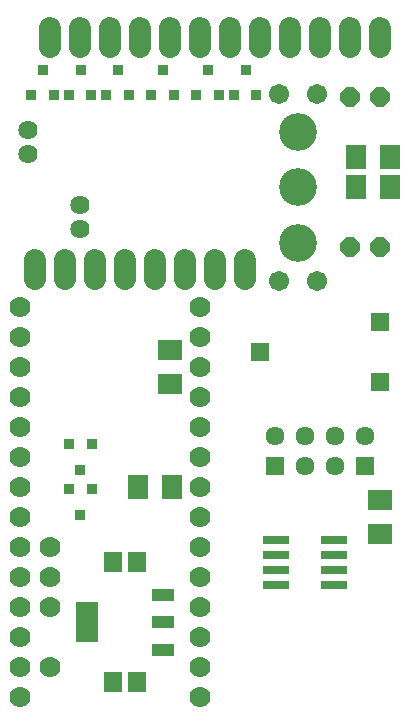
<source format=gts>
G75*
%MOIN*%
%OFA0B0*%
%FSLAX25Y25*%
%IPPOS*%
%LPD*%
%AMOC8*
5,1,8,0,0,1.08239X$1,22.5*
%
%ADD10C,0.06400*%
%ADD11R,0.05918X0.07099*%
%ADD12C,0.07200*%
%ADD13OC8,0.06400*%
%ADD14R,0.03800X0.03800*%
%ADD15R,0.07099X0.07898*%
%ADD16R,0.07898X0.07099*%
%ADD17C,0.07000*%
%ADD18R,0.06350X0.06350*%
%ADD19C,0.06350*%
%ADD20R,0.08600X0.03000*%
%ADD21R,0.07200X0.04300*%
%ADD22R,0.07200X0.13300*%
%ADD23C,0.12611*%
%ADD24C,0.06706*%
D10*
X0071940Y0229996D03*
X0071940Y0237870D03*
X0054440Y0254996D03*
X0054440Y0262870D03*
D11*
X0083003Y0118933D03*
X0090877Y0118933D03*
X0090877Y0078933D03*
X0083003Y0078933D03*
D12*
X0086940Y0213233D02*
X0086940Y0219633D01*
X0096940Y0219633D02*
X0096940Y0213233D01*
X0106940Y0213233D02*
X0106940Y0219633D01*
X0116940Y0219633D02*
X0116940Y0213233D01*
X0126940Y0213233D02*
X0126940Y0219633D01*
X0076940Y0219633D02*
X0076940Y0213233D01*
X0066940Y0213233D02*
X0066940Y0219633D01*
X0056940Y0219633D02*
X0056940Y0213233D01*
X0061940Y0290733D02*
X0061940Y0297133D01*
X0071940Y0297133D02*
X0071940Y0290733D01*
X0081940Y0290733D02*
X0081940Y0297133D01*
X0091940Y0297133D02*
X0091940Y0290733D01*
X0101940Y0290733D02*
X0101940Y0297133D01*
X0111940Y0297133D02*
X0111940Y0290733D01*
X0121940Y0290733D02*
X0121940Y0297133D01*
X0131940Y0297133D02*
X0131940Y0290733D01*
X0141940Y0290733D02*
X0141940Y0297133D01*
X0151940Y0297133D02*
X0151940Y0290733D01*
X0161940Y0290733D02*
X0161940Y0297133D01*
X0171940Y0297133D02*
X0171940Y0290733D01*
D13*
X0171940Y0273933D03*
X0161940Y0273933D03*
X0161940Y0223933D03*
X0171940Y0223933D03*
D14*
X0130640Y0274597D03*
X0127040Y0283133D03*
X0123085Y0274597D03*
X0118140Y0274597D03*
X0114540Y0283133D03*
X0110585Y0274597D03*
X0103140Y0274597D03*
X0099540Y0283133D03*
X0095585Y0274597D03*
X0088140Y0274597D03*
X0084540Y0283133D03*
X0080585Y0274597D03*
X0075640Y0274597D03*
X0072040Y0283133D03*
X0068085Y0274597D03*
X0063140Y0274597D03*
X0059540Y0283133D03*
X0055585Y0274597D03*
X0068240Y0158269D03*
X0075795Y0158269D03*
X0071840Y0149733D03*
X0068240Y0143269D03*
X0071840Y0134733D03*
X0075795Y0143269D03*
D15*
X0091341Y0143933D03*
X0102538Y0143933D03*
X0163841Y0243933D03*
X0163841Y0253933D03*
X0175038Y0253933D03*
X0175038Y0243933D03*
D16*
X0101940Y0189531D03*
X0101940Y0178335D03*
X0171940Y0139531D03*
X0171940Y0128335D03*
D17*
X0051940Y0073933D03*
X0051940Y0083933D03*
X0051940Y0093933D03*
X0051940Y0103933D03*
X0051940Y0113933D03*
X0051940Y0123933D03*
X0051940Y0133933D03*
X0051940Y0143933D03*
X0051940Y0153933D03*
X0051940Y0163933D03*
X0051940Y0173933D03*
X0051940Y0183933D03*
X0051940Y0193933D03*
X0051940Y0203933D03*
X0061940Y0123933D03*
X0061940Y0113933D03*
X0061940Y0103933D03*
X0061940Y0083933D03*
X0111940Y0083933D03*
X0111940Y0073933D03*
X0111940Y0093933D03*
X0111940Y0103933D03*
X0111940Y0113933D03*
X0111940Y0123933D03*
X0111940Y0133933D03*
X0111940Y0143933D03*
X0111940Y0153933D03*
X0111940Y0163933D03*
X0111940Y0173933D03*
X0111940Y0183933D03*
X0111940Y0193933D03*
X0111940Y0203933D03*
D18*
X0131940Y0188933D03*
X0136999Y0151128D03*
X0166999Y0151128D03*
X0171940Y0178933D03*
X0171940Y0198933D03*
D19*
X0166999Y0161128D03*
X0156999Y0161128D03*
X0156999Y0151128D03*
X0146999Y0151128D03*
X0146999Y0161128D03*
X0136999Y0161128D03*
D20*
X0137240Y0126433D03*
X0137240Y0121433D03*
X0137240Y0116433D03*
X0137240Y0111433D03*
X0156640Y0111433D03*
X0156640Y0116433D03*
X0156640Y0121433D03*
X0156640Y0126433D03*
D21*
X0099540Y0108033D03*
X0099540Y0098933D03*
X0099540Y0089833D03*
D22*
X0074340Y0098933D03*
D23*
X0144440Y0225433D03*
X0144440Y0243933D03*
X0144440Y0262433D03*
D24*
X0150740Y0275033D03*
X0138140Y0275033D03*
X0138140Y0212833D03*
X0150740Y0212833D03*
M02*

</source>
